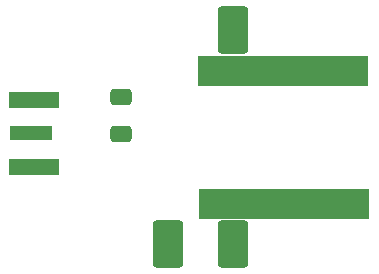
<source format=gbr>
%TF.GenerationSoftware,KiCad,Pcbnew,6.0.2+dfsg-1*%
%TF.CreationDate,2023-09-01T00:23:24+02:00*%
%TF.ProjectId,microUnUn,6d696372-6f55-46e5-956e-2e6b69636164,rev?*%
%TF.SameCoordinates,Original*%
%TF.FileFunction,Paste,Bot*%
%TF.FilePolarity,Positive*%
%FSLAX46Y46*%
G04 Gerber Fmt 4.6, Leading zero omitted, Abs format (unit mm)*
G04 Created by KiCad (PCBNEW 6.0.2+dfsg-1) date 2023-09-01 00:23:24*
%MOMM*%
%LPD*%
G01*
G04 APERTURE LIST*
G04 Aperture macros list*
%AMRoundRect*
0 Rectangle with rounded corners*
0 $1 Rounding radius*
0 $2 $3 $4 $5 $6 $7 $8 $9 X,Y pos of 4 corners*
0 Add a 4 corners polygon primitive as box body*
4,1,4,$2,$3,$4,$5,$6,$7,$8,$9,$2,$3,0*
0 Add four circle primitives for the rounded corners*
1,1,$1+$1,$2,$3*
1,1,$1+$1,$4,$5*
1,1,$1+$1,$6,$7*
1,1,$1+$1,$8,$9*
0 Add four rect primitives between the rounded corners*
20,1,$1+$1,$2,$3,$4,$5,0*
20,1,$1+$1,$4,$5,$6,$7,0*
20,1,$1+$1,$6,$7,$8,$9,0*
20,1,$1+$1,$8,$9,$2,$3,0*%
G04 Aperture macros list end*
%ADD10R,14.500000X2.600000*%
%ADD11RoundRect,0.249999X-1.025001X-1.750001X1.025001X-1.750001X1.025001X1.750001X-1.025001X1.750001X0*%
%ADD12R,3.600000X1.270000*%
%ADD13R,4.200000X1.350000*%
%ADD14RoundRect,0.250000X0.650000X-0.412500X0.650000X0.412500X-0.650000X0.412500X-0.650000X-0.412500X0*%
G04 APERTURE END LIST*
D10*
%TO.C,H2*%
X117500000Y-76454000D03*
%TD*%
%TO.C,H1*%
X117400000Y-65254000D03*
%TD*%
D11*
%TO.C,U1*%
X113155221Y-79849800D03*
X107655221Y-79849800D03*
X113155221Y-61749800D03*
%TD*%
D12*
%TO.C,J1*%
X96100000Y-70500000D03*
D13*
X96300000Y-73325000D03*
X96300000Y-67675000D03*
%TD*%
D14*
%TO.C,C1*%
X103700000Y-70525000D03*
X103700000Y-67400000D03*
%TD*%
M02*

</source>
